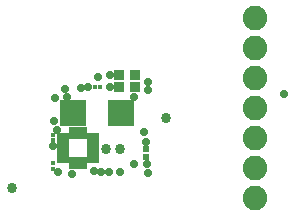
<source format=gbs>
G75*
%MOIN*%
%OFA0B0*%
%FSLAX25Y25*%
%IPPOS*%
%LPD*%
%AMOC8*
5,1,8,0,0,1.08239X$1,22.5*
%
%ADD10R,0.04442X0.01981*%
%ADD11R,0.01981X0.03950*%
%ADD12R,0.01784X0.01784*%
%ADD13R,0.02375X0.02178*%
%ADD14R,0.03753X0.03556*%
%ADD15C,0.08200*%
%ADD16R,0.08674X0.08674*%
%ADD17C,0.02800*%
%ADD18C,0.03378*%
D10*
X0026050Y0026591D03*
X0026050Y0028560D03*
X0026050Y0030528D03*
X0026050Y0032497D03*
X0026050Y0034465D03*
X0036188Y0034465D03*
X0036188Y0032497D03*
X0036188Y0030528D03*
X0036188Y0028560D03*
X0036188Y0026591D03*
D11*
X0033087Y0025509D03*
X0031119Y0025509D03*
X0029150Y0025509D03*
X0029150Y0035548D03*
X0031119Y0035548D03*
X0033087Y0035548D03*
D12*
X0022702Y0034940D03*
X0022702Y0033140D03*
X0022690Y0025377D03*
X0022690Y0023577D03*
X0036735Y0050891D03*
X0038535Y0050891D03*
D13*
X0053914Y0030087D03*
X0053914Y0027646D03*
D14*
X0050261Y0050863D03*
X0044946Y0050863D03*
X0044946Y0054800D03*
X0050261Y0054800D03*
D15*
X0090260Y0053992D03*
X0090260Y0063992D03*
X0090260Y0073992D03*
X0090260Y0043992D03*
X0090260Y0033992D03*
X0090260Y0023992D03*
X0090260Y0013992D03*
D16*
X0045387Y0042301D03*
X0029639Y0042301D03*
D17*
X0023202Y0039465D03*
X0024284Y0036421D03*
X0022741Y0031020D03*
X0024607Y0022619D03*
X0029095Y0021918D03*
X0036548Y0022745D03*
X0038956Y0022577D03*
X0041356Y0022577D03*
X0045174Y0022577D03*
X0049860Y0025084D03*
X0053981Y0025233D03*
X0054603Y0022223D03*
X0053855Y0032359D03*
X0053135Y0035728D03*
X0049733Y0047496D03*
X0054631Y0049926D03*
X0054450Y0052481D03*
X0041906Y0050922D03*
X0037883Y0054072D03*
X0041744Y0054787D03*
X0034603Y0050894D03*
X0032203Y0050574D03*
X0026709Y0050070D03*
X0027497Y0047670D03*
X0023469Y0047224D03*
X0099725Y0048544D03*
D18*
X0009174Y0017048D03*
X0040386Y0030107D03*
X0045197Y0030053D03*
X0060355Y0040670D03*
M02*

</source>
